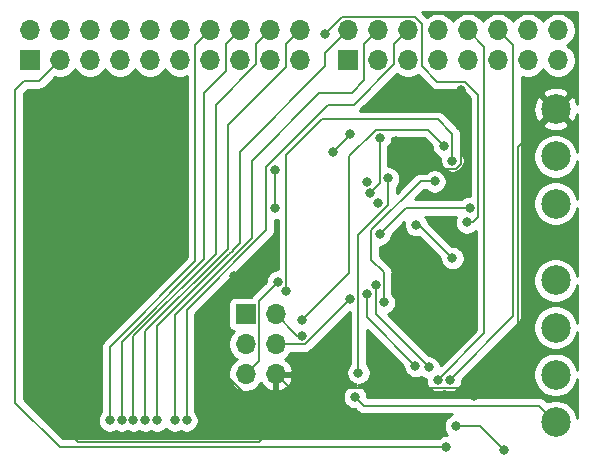
<source format=gbr>
%TF.GenerationSoftware,KiCad,Pcbnew,(5.1.8)-1*%
%TF.CreationDate,2021-01-10T00:46:59-06:00*%
%TF.ProjectId,GBAHD_Shield,47424148-445f-4536-9869-656c642e6b69,rev?*%
%TF.SameCoordinates,Original*%
%TF.FileFunction,Copper,L2,Bot*%
%TF.FilePolarity,Positive*%
%FSLAX46Y46*%
G04 Gerber Fmt 4.6, Leading zero omitted, Abs format (unit mm)*
G04 Created by KiCad (PCBNEW (5.1.8)-1) date 2021-01-10 00:46:59*
%MOMM*%
%LPD*%
G01*
G04 APERTURE LIST*
%TA.AperFunction,ComponentPad*%
%ADD10C,2.500000*%
%TD*%
%TA.AperFunction,ComponentPad*%
%ADD11O,1.700000X1.700000*%
%TD*%
%TA.AperFunction,ComponentPad*%
%ADD12R,1.700000X1.700000*%
%TD*%
%TA.AperFunction,ViaPad*%
%ADD13C,0.800000*%
%TD*%
%TA.AperFunction,Conductor*%
%ADD14C,0.200000*%
%TD*%
%TA.AperFunction,Conductor*%
%ADD15C,0.254000*%
%TD*%
%TA.AperFunction,Conductor*%
%ADD16C,0.100000*%
%TD*%
G04 APERTURE END LIST*
D10*
%TO.P,U1,1*%
%TO.N,SP_3V3*%
X90492000Y-61881000D03*
%TO.P,U1,2*%
%TO.N,SNS_CLK*%
X90492000Y-57881000D03*
%TO.P,U1,3*%
%TO.N,SNS_LATCH*%
X90492000Y-53881000D03*
%TO.P,U1,4*%
%TO.N,SNS_DATA*%
X90492000Y-49881000D03*
%TO.P,U1,5*%
%TO.N,N/C*%
X90492000Y-43381000D03*
%TO.P,U1,6*%
X90492000Y-39381000D03*
%TO.P,U1,7*%
%TO.N,GND*%
X90492000Y-35381000D03*
%TD*%
D11*
%TO.P,J6,6*%
%TO.N,GND*%
X66790000Y-57830000D03*
%TO.P,J6,5*%
%TO.N,AT_RST*%
X64250000Y-57830000D03*
%TO.P,J6,4*%
%TO.N,ICSP_MOSI*%
X66790000Y-55290000D03*
%TO.P,J6,3*%
%TO.N,ICSP_SCK*%
X64250000Y-55290000D03*
%TO.P,J6,2*%
%TO.N,SP_3V3*%
X66790000Y-52750000D03*
D12*
%TO.P,J6,1*%
%TO.N,ICSP_MISO*%
X64250000Y-52750000D03*
%TD*%
D11*
%TO.P,J4,20*%
%TO.N,GB_G3*%
X68860000Y-28710000D03*
%TO.P,J4,19*%
%TO.N,GB_SPS*%
X68860000Y-31250000D03*
%TO.P,J4,18*%
%TO.N,GB_G5*%
X66320000Y-28710000D03*
%TO.P,J4,17*%
%TO.N,GB_B1*%
X66320000Y-31250000D03*
%TO.P,J4,16*%
%TO.N,GB_R2*%
X63780000Y-28710000D03*
%TO.P,J4,15*%
%TO.N,GB_B3*%
X63780000Y-31250000D03*
%TO.P,J4,14*%
%TO.N,GB_R4*%
X61240000Y-28710000D03*
%TO.P,J4,13*%
%TO.N,GB_B5*%
X61240000Y-31250000D03*
%TO.P,J4,12*%
%TO.N,SP_ARD12*%
X58700000Y-28710000D03*
%TO.P,J4,11*%
%TO.N,GB_G2*%
X58700000Y-31250000D03*
%TO.P,J4,10*%
%TO.N,GB_R5*%
X56160000Y-28710000D03*
%TO.P,J4,9*%
%TO.N,GB_G4*%
X56160000Y-31250000D03*
%TO.P,J4,8*%
%TO.N,SP_ARD14*%
X53620000Y-28710000D03*
%TO.P,J4,7*%
%TO.N,GB_R1*%
X53620000Y-31250000D03*
%TO.P,J4,6*%
%TO.N,SP_ARD15*%
X51080000Y-28710000D03*
%TO.P,J4,5*%
%TO.N,GB_R3*%
X51080000Y-31250000D03*
%TO.P,J4,4*%
%TO.N,SP_ARD16*%
X48540000Y-28710000D03*
%TO.P,J4,3*%
%TO.N,GBA_CLK*%
X48540000Y-31250000D03*
%TO.P,J4,2*%
%TO.N,SP_ARD17*%
X46000000Y-28710000D03*
D12*
%TO.P,J4,1*%
%TO.N,GB_DCLK*%
X46000000Y-31250000D03*
%TD*%
D11*
%TO.P,J2,16*%
%TO.N,SP_ARD0*%
X90704000Y-28710000D03*
%TO.P,J2,15*%
%TO.N,Net-(J2-Pad15)*%
X90704000Y-31250000D03*
%TO.P,J2,14*%
%TO.N,SP_ARD1*%
X88164000Y-28710000D03*
%TO.P,J2,13*%
%TO.N,Net-(J2-Pad13)*%
X88164000Y-31250000D03*
%TO.P,J2,12*%
%TO.N,GBA_AUD1*%
X85624000Y-28710000D03*
%TO.P,J2,11*%
%TO.N,Net-(J2-Pad11)*%
X85624000Y-31250000D03*
%TO.P,J2,10*%
%TO.N,GBA_AUD2*%
X83084000Y-28710000D03*
%TO.P,J2,9*%
%TO.N,Net-(J2-Pad9)*%
X83084000Y-31250000D03*
%TO.P,J2,8*%
%TO.N,SP_ARD4*%
X80544000Y-28710000D03*
%TO.P,J2,7*%
%TO.N,Net-(J2-Pad7)*%
X80544000Y-31250000D03*
%TO.P,J2,6*%
%TO.N,GB_B2*%
X78004000Y-28710000D03*
%TO.P,J2,5*%
%TO.N,Net-(J2-Pad5)*%
X78004000Y-31250000D03*
%TO.P,J2,4*%
%TO.N,GB_B4*%
X75464000Y-28710000D03*
%TO.P,J2,3*%
%TO.N,GND*%
X75464000Y-31250000D03*
%TO.P,J2,2*%
%TO.N,GB_G1*%
X72924000Y-28710000D03*
D12*
%TO.P,J2,1*%
%TO.N,SP_3V3*%
X72924000Y-31250000D03*
%TD*%
D13*
%TO.N,GND*%
X67000000Y-62000000D03*
X46750000Y-60250000D03*
X77975000Y-46500000D03*
X77000000Y-38050002D03*
X82500000Y-33750000D03*
X63250000Y-49500000D03*
X83565994Y-59690000D03*
%TO.N,GB_B2*%
X59250000Y-61750000D03*
%TO.N,GB_G1*%
X56750000Y-61750000D03*
%TO.N,GB_G5*%
X54750000Y-61750000D03*
%TO.N,GB_R2*%
X53750000Y-61750000D03*
%TO.N,GB_G3*%
X55750000Y-61750000D03*
%TO.N,GB_B4*%
X58250000Y-61750000D03*
%TO.N,GB_R4*%
X52750000Y-61750000D03*
%TO.N,GBA_AUD1*%
X81534000Y-58310805D03*
%TO.N,GBA_AUD2*%
X80518000Y-58310805D03*
%TO.N,GBA_UP*%
X76311275Y-41250000D03*
X73794953Y-57705046D03*
%TO.N,Net-(J3-Pad15)*%
X86106000Y-64262000D03*
X82042000Y-62230000D03*
%TO.N,GBA_START*%
X74500000Y-51000000D03*
X78630025Y-57119975D03*
%TO.N,GBA_SELECT*%
X75453773Y-43308455D03*
X79750000Y-57250000D03*
X75250000Y-50250000D03*
%TO.N,GBA_CLK*%
X81250000Y-64000000D03*
%TO.N,GBA_RGHT*%
X74561971Y-41537871D03*
%TO.N,AT_RST*%
X75611275Y-37822965D03*
X74753773Y-42519306D03*
X71666623Y-39000000D03*
X73116623Y-37500000D03*
X66999932Y-50000000D03*
%TO.N,ICSP_MOSI*%
X73094953Y-51500000D03*
X75950000Y-51750000D03*
X80250000Y-41500000D03*
%TO.N,ICSP_SCK*%
X69000000Y-53250000D03*
X81050000Y-38500001D03*
%TO.N,ICSP_MISO*%
X81750000Y-39750000D03*
X67699932Y-50750000D03*
%TO.N,SNS_DATA*%
X75600000Y-46000000D03*
X83250000Y-43750000D03*
%TO.N,SP_3V3*%
X68985965Y-54590000D03*
X73500000Y-59750000D03*
X81750000Y-48000000D03*
X78700000Y-45200000D03*
%TO.N,GBA_POWER_SEL*%
X82970024Y-44970024D03*
X71000000Y-29000000D03*
X66750000Y-43750000D03*
X66750000Y-40500000D03*
%TD*%
D14*
%TO.N,GND*%
X66790000Y-61790000D02*
X67000000Y-62000000D01*
X66790000Y-57830000D02*
X66790000Y-61790000D01*
X67000000Y-62000000D02*
X65400010Y-63599990D01*
X50099990Y-63599990D02*
X46750000Y-60250000D01*
X65400010Y-63599990D02*
X50099990Y-63599990D01*
X82500000Y-40036002D02*
X82500000Y-33750000D01*
X82086001Y-40450001D02*
X82500000Y-40036002D01*
X79399999Y-40450001D02*
X82086001Y-40450001D01*
X77000000Y-38050002D02*
X79399999Y-40450001D01*
X62850001Y-58132003D02*
X66717998Y-62000000D01*
X62850001Y-49899999D02*
X62850001Y-58132003D01*
X66717998Y-62000000D02*
X67000000Y-62000000D01*
X63250000Y-49500000D02*
X62850001Y-49899999D01*
X66790000Y-57830000D02*
X67970805Y-59010805D01*
X67970805Y-59010805D02*
X82010805Y-59010805D01*
X82010805Y-59010805D02*
X82886799Y-59010805D01*
X82886799Y-59010805D02*
X83565994Y-59690000D01*
X90492000Y-35381000D02*
X87300022Y-38572978D01*
X87300022Y-38572978D02*
X87300022Y-55955972D01*
X87300022Y-55955972D02*
X83565994Y-59690000D01*
%TO.N,GB_B2*%
X59250000Y-52394188D02*
X59250000Y-61750000D01*
X66000000Y-40250000D02*
X66000000Y-45644188D01*
X73416002Y-35000000D02*
X71250000Y-35000000D01*
X66000000Y-45644188D02*
X59250000Y-52394188D01*
X76853999Y-31562003D02*
X73416002Y-35000000D01*
X76853999Y-29860001D02*
X76853999Y-31562003D01*
X71250000Y-35000000D02*
X66000000Y-40250000D01*
X78004000Y-28710000D02*
X76853999Y-29860001D01*
%TO.N,GB_G1*%
X56750000Y-61750000D02*
X56750000Y-53762792D01*
X56750000Y-53762792D02*
X58881396Y-51631396D01*
X58881396Y-51631396D02*
X62881396Y-47631396D01*
X63150008Y-47362784D02*
X63150008Y-47349992D01*
X62881396Y-47631396D02*
X63150008Y-47362784D01*
X63150008Y-47349992D02*
X63750000Y-46750000D01*
X72924000Y-28710000D02*
X71000000Y-30634000D01*
X71000000Y-31750000D02*
X63750000Y-39000000D01*
X71000000Y-30634000D02*
X71000000Y-31750000D01*
X63750000Y-46750000D02*
X63750000Y-39000000D01*
%TO.N,GB_G5*%
X65169999Y-29860001D02*
X66320000Y-28710000D01*
X61750000Y-35000000D02*
X65169999Y-31580001D01*
X61750000Y-47631396D02*
X61750000Y-35000000D01*
X54750000Y-54631396D02*
X61750000Y-47631396D01*
X65169999Y-31580001D02*
X65169999Y-29860001D01*
X54750000Y-61750000D02*
X54750000Y-54631396D01*
%TO.N,GB_R2*%
X62629999Y-29860001D02*
X63780000Y-28710000D01*
X62629999Y-32120001D02*
X62629999Y-29860001D01*
X60750000Y-34000000D02*
X62629999Y-32120001D01*
X60750000Y-48065698D02*
X60750000Y-34000000D01*
X53750000Y-55065698D02*
X60750000Y-48065698D01*
X53750000Y-61750000D02*
X53750000Y-55065698D01*
%TO.N,GB_G3*%
X55750000Y-61750000D02*
X55750000Y-54197094D01*
X55750000Y-54197094D02*
X62750000Y-47197094D01*
X62750000Y-47197094D02*
X62750000Y-36750000D01*
X67709999Y-29860001D02*
X68860000Y-28710000D01*
X67709999Y-31790001D02*
X67709999Y-29860001D01*
X62750000Y-36750000D02*
X67709999Y-31790001D01*
%TO.N,GB_B4*%
X73250000Y-34000000D02*
X74313999Y-32936001D01*
X74313999Y-29860001D02*
X75464000Y-28710000D01*
X70500000Y-34000000D02*
X73250000Y-34000000D01*
X64750000Y-46328490D02*
X64750000Y-39750000D01*
X64750000Y-39750000D02*
X70500000Y-34000000D01*
X58250000Y-52828490D02*
X64750000Y-46328490D01*
X74313999Y-32936001D02*
X74313999Y-29860001D01*
X58250000Y-61750000D02*
X58250000Y-52828490D01*
%TO.N,GB_R4*%
X60000000Y-29950000D02*
X61240000Y-28710000D01*
X60000000Y-48250000D02*
X60000000Y-29950000D01*
X52750000Y-55500000D02*
X60000000Y-48250000D01*
X52750000Y-61750000D02*
X52750000Y-55500000D01*
%TO.N,GBA_AUD1*%
X86900012Y-29986012D02*
X85624000Y-28710000D01*
X86900012Y-52944793D02*
X86900012Y-29986012D01*
X81534000Y-58310805D02*
X86900012Y-52944793D01*
%TO.N,GBA_AUD2*%
X84473999Y-30099999D02*
X84473999Y-52223999D01*
X83084000Y-28710000D02*
X84473999Y-30099999D01*
X84473999Y-54354806D02*
X84473999Y-52223999D01*
X80518000Y-58310805D02*
X84473999Y-54354806D01*
%TO.N,GBA_UP*%
X76311275Y-43486955D02*
X76311275Y-41250000D01*
X73794953Y-46003277D02*
X76311275Y-43486955D01*
X73794953Y-57705046D02*
X73794953Y-46003277D01*
%TO.N,Net-(J3-Pad15)*%
X84074000Y-62230000D02*
X82042000Y-62230000D01*
X86106000Y-64262000D02*
X84074000Y-62230000D01*
%TO.N,GBA_START*%
X74500000Y-52989950D02*
X78630025Y-57119975D01*
X74500000Y-51000000D02*
X74500000Y-52989950D01*
%TO.N,GBA_SELECT*%
X79750000Y-57250000D02*
X75250000Y-52750000D01*
X75250000Y-52750000D02*
X75250000Y-50250000D01*
%TO.N,GBA_CLK*%
X45500000Y-33000000D02*
X44750000Y-33750000D01*
X44750000Y-33750000D02*
X44750000Y-60250000D01*
X48500000Y-64000000D02*
X81250000Y-64000000D01*
X44750000Y-60250000D02*
X48500000Y-64000000D01*
X46790000Y-33000000D02*
X48540000Y-31250000D01*
X45500000Y-33000000D02*
X46790000Y-33000000D01*
%TO.N,AT_RST*%
X75611275Y-41661804D02*
X74753773Y-42519306D01*
X75611275Y-37822965D02*
X75611275Y-41661804D01*
X73116623Y-37550000D02*
X73116623Y-37500000D01*
X71666623Y-39000000D02*
X73116623Y-37550000D01*
X65400001Y-51599931D02*
X66999932Y-50000000D01*
X65400001Y-56679999D02*
X65400001Y-51599931D01*
X64250000Y-57830000D02*
X65400001Y-56679999D01*
%TO.N,ICSP_MOSI*%
X69304953Y-55290000D02*
X73094953Y-51500000D01*
X66790000Y-55290000D02*
X69304953Y-55290000D01*
X75950000Y-51750000D02*
X75950000Y-49200000D01*
X79063998Y-41500000D02*
X80250000Y-41500000D01*
X74899999Y-45663999D02*
X79063998Y-41500000D01*
X74899999Y-48149999D02*
X74899999Y-45663999D01*
X75950000Y-49200000D02*
X74899999Y-48149999D01*
%TO.N,ICSP_SCK*%
X69000000Y-53250000D02*
X73000000Y-49250000D01*
X79672963Y-37122964D02*
X81050000Y-38500001D01*
X75275274Y-37122964D02*
X79672963Y-37122964D01*
X73000000Y-39398238D02*
X75275274Y-37122964D01*
X73000000Y-49250000D02*
X73000000Y-39398238D01*
%TO.N,ICSP_MISO*%
X80500000Y-36250000D02*
X81750000Y-37500000D01*
X70750000Y-36250000D02*
X80500000Y-36250000D01*
X67699932Y-39300068D02*
X70750000Y-36250000D01*
X67699932Y-50750000D02*
X67699932Y-39300068D01*
X81750000Y-39750000D02*
X81750000Y-37500000D01*
%TO.N,SNS_DATA*%
X75600000Y-46000000D02*
X77850000Y-43750000D01*
X77850000Y-43750000D02*
X83250000Y-43750000D01*
%TO.N,SP_3V3*%
X68630000Y-54590000D02*
X68985965Y-54590000D01*
X66790000Y-52750000D02*
X68630000Y-54590000D01*
X78950000Y-45200000D02*
X78700000Y-45200000D01*
X81750000Y-48000000D02*
X78950000Y-45200000D01*
X89111000Y-60500000D02*
X90492000Y-61881000D01*
X74250000Y-60500000D02*
X89111000Y-60500000D01*
X73500000Y-59750000D02*
X74250000Y-60500000D01*
%TO.N,GBA_POWER_SEL*%
X78556001Y-27559999D02*
X72440001Y-27559999D01*
X72440001Y-27559999D02*
X71000000Y-29000000D01*
X79154001Y-31761696D02*
X79154001Y-28157999D01*
X80442304Y-33049999D02*
X79154001Y-31761696D01*
X82836001Y-33049999D02*
X80442304Y-33049999D01*
X83950001Y-34163999D02*
X82836001Y-33049999D01*
X83950001Y-44555732D02*
X83950001Y-34163999D01*
X83535709Y-44970024D02*
X83950001Y-44555732D01*
X79154001Y-28157999D02*
X78556001Y-27559999D01*
X82970024Y-44970024D02*
X83535709Y-44970024D01*
X66750000Y-43750000D02*
X66750000Y-40500000D01*
%TD*%
D15*
%TO.N,GND*%
X57546525Y-32196632D02*
X57753368Y-32403475D01*
X57996589Y-32565990D01*
X58266842Y-32677932D01*
X58553740Y-32735000D01*
X58846260Y-32735000D01*
X59133158Y-32677932D01*
X59265001Y-32623321D01*
X59265000Y-47945553D01*
X52255808Y-54954746D01*
X52227763Y-54977762D01*
X52135914Y-55089680D01*
X52089428Y-55176649D01*
X52067664Y-55217367D01*
X52025635Y-55355915D01*
X52011444Y-55500000D01*
X52015001Y-55536115D01*
X52015000Y-61021289D01*
X51946063Y-61090226D01*
X51832795Y-61259744D01*
X51754774Y-61448102D01*
X51715000Y-61648061D01*
X51715000Y-61851939D01*
X51754774Y-62051898D01*
X51832795Y-62240256D01*
X51946063Y-62409774D01*
X52090226Y-62553937D01*
X52259744Y-62667205D01*
X52448102Y-62745226D01*
X52648061Y-62785000D01*
X52851939Y-62785000D01*
X53051898Y-62745226D01*
X53240256Y-62667205D01*
X53250000Y-62660694D01*
X53259744Y-62667205D01*
X53448102Y-62745226D01*
X53648061Y-62785000D01*
X53851939Y-62785000D01*
X54051898Y-62745226D01*
X54240256Y-62667205D01*
X54250000Y-62660694D01*
X54259744Y-62667205D01*
X54448102Y-62745226D01*
X54648061Y-62785000D01*
X54851939Y-62785000D01*
X55051898Y-62745226D01*
X55240256Y-62667205D01*
X55250000Y-62660694D01*
X55259744Y-62667205D01*
X55448102Y-62745226D01*
X55648061Y-62785000D01*
X55851939Y-62785000D01*
X56051898Y-62745226D01*
X56240256Y-62667205D01*
X56250000Y-62660694D01*
X56259744Y-62667205D01*
X56448102Y-62745226D01*
X56648061Y-62785000D01*
X56851939Y-62785000D01*
X57051898Y-62745226D01*
X57240256Y-62667205D01*
X57409774Y-62553937D01*
X57500000Y-62463711D01*
X57590226Y-62553937D01*
X57759744Y-62667205D01*
X57948102Y-62745226D01*
X58148061Y-62785000D01*
X58351939Y-62785000D01*
X58551898Y-62745226D01*
X58740256Y-62667205D01*
X58750000Y-62660694D01*
X58759744Y-62667205D01*
X58948102Y-62745226D01*
X59148061Y-62785000D01*
X59351939Y-62785000D01*
X59551898Y-62745226D01*
X59740256Y-62667205D01*
X59909774Y-62553937D01*
X60053937Y-62409774D01*
X60167205Y-62240256D01*
X60245226Y-62051898D01*
X60285000Y-61851939D01*
X60285000Y-61648061D01*
X60245226Y-61448102D01*
X60167205Y-61259744D01*
X60053937Y-61090226D01*
X59985000Y-61021289D01*
X59985000Y-52698634D01*
X66494193Y-46189442D01*
X66522238Y-46166426D01*
X66614087Y-46054508D01*
X66641118Y-46003937D01*
X66682337Y-45926822D01*
X66724365Y-45788273D01*
X66738556Y-45644188D01*
X66735000Y-45608083D01*
X66735000Y-44785000D01*
X66851939Y-44785000D01*
X66964933Y-44762524D01*
X66964932Y-48965000D01*
X66897993Y-48965000D01*
X66698034Y-49004774D01*
X66509676Y-49082795D01*
X66340158Y-49196063D01*
X66195995Y-49340226D01*
X66082727Y-49509744D01*
X66004706Y-49698102D01*
X65964932Y-49898061D01*
X65964932Y-49995553D01*
X64905809Y-51054677D01*
X64877764Y-51077693D01*
X64785915Y-51189611D01*
X64747261Y-51261928D01*
X63400000Y-51261928D01*
X63275518Y-51274188D01*
X63155820Y-51310498D01*
X63045506Y-51369463D01*
X62948815Y-51448815D01*
X62869463Y-51545506D01*
X62810498Y-51655820D01*
X62774188Y-51775518D01*
X62761928Y-51900000D01*
X62761928Y-53600000D01*
X62774188Y-53724482D01*
X62810498Y-53844180D01*
X62869463Y-53954494D01*
X62948815Y-54051185D01*
X63045506Y-54130537D01*
X63155820Y-54189502D01*
X63228380Y-54211513D01*
X63096525Y-54343368D01*
X62934010Y-54586589D01*
X62822068Y-54856842D01*
X62765000Y-55143740D01*
X62765000Y-55436260D01*
X62822068Y-55723158D01*
X62934010Y-55993411D01*
X63096525Y-56236632D01*
X63303368Y-56443475D01*
X63477760Y-56560000D01*
X63303368Y-56676525D01*
X63096525Y-56883368D01*
X62934010Y-57126589D01*
X62822068Y-57396842D01*
X62765000Y-57683740D01*
X62765000Y-57976260D01*
X62822068Y-58263158D01*
X62934010Y-58533411D01*
X63096525Y-58776632D01*
X63303368Y-58983475D01*
X63546589Y-59145990D01*
X63816842Y-59257932D01*
X64103740Y-59315000D01*
X64396260Y-59315000D01*
X64683158Y-59257932D01*
X64953411Y-59145990D01*
X65196632Y-58983475D01*
X65403475Y-58776632D01*
X65521100Y-58600594D01*
X65692412Y-58830269D01*
X65908645Y-59025178D01*
X66158748Y-59174157D01*
X66433109Y-59271481D01*
X66663000Y-59150814D01*
X66663000Y-57957000D01*
X66917000Y-57957000D01*
X66917000Y-59150814D01*
X67146891Y-59271481D01*
X67421252Y-59174157D01*
X67671355Y-59025178D01*
X67887588Y-58830269D01*
X68061641Y-58596920D01*
X68186825Y-58334099D01*
X68231476Y-58186890D01*
X68110155Y-57957000D01*
X66917000Y-57957000D01*
X66663000Y-57957000D01*
X66643000Y-57957000D01*
X66643000Y-57703000D01*
X66663000Y-57703000D01*
X66663000Y-57683000D01*
X66917000Y-57683000D01*
X66917000Y-57703000D01*
X68110155Y-57703000D01*
X68231476Y-57473110D01*
X68186825Y-57325901D01*
X68061641Y-57063080D01*
X67887588Y-56829731D01*
X67671355Y-56634822D01*
X67554466Y-56565195D01*
X67736632Y-56443475D01*
X67943475Y-56236632D01*
X68084883Y-56025000D01*
X69268848Y-56025000D01*
X69304953Y-56028556D01*
X69341058Y-56025000D01*
X69449038Y-56014365D01*
X69587586Y-55972337D01*
X69715273Y-55904087D01*
X69827191Y-55812238D01*
X69850212Y-55784187D01*
X73059953Y-52574446D01*
X73059953Y-56976335D01*
X72991016Y-57045272D01*
X72877748Y-57214790D01*
X72799727Y-57403148D01*
X72759953Y-57603107D01*
X72759953Y-57806985D01*
X72799727Y-58006944D01*
X72877748Y-58195302D01*
X72991016Y-58364820D01*
X73135179Y-58508983D01*
X73304697Y-58622251D01*
X73493055Y-58700272D01*
X73567098Y-58715000D01*
X73398061Y-58715000D01*
X73198102Y-58754774D01*
X73009744Y-58832795D01*
X72840226Y-58946063D01*
X72696063Y-59090226D01*
X72582795Y-59259744D01*
X72504774Y-59448102D01*
X72465000Y-59648061D01*
X72465000Y-59851939D01*
X72504774Y-60051898D01*
X72582795Y-60240256D01*
X72696063Y-60409774D01*
X72840226Y-60553937D01*
X73009744Y-60667205D01*
X73198102Y-60745226D01*
X73398061Y-60785000D01*
X73495553Y-60785000D01*
X73704746Y-60994193D01*
X73727762Y-61022238D01*
X73839680Y-61114087D01*
X73967367Y-61182337D01*
X74063886Y-61211616D01*
X74105914Y-61224365D01*
X74120132Y-61225765D01*
X74213895Y-61235000D01*
X74213902Y-61235000D01*
X74249999Y-61238555D01*
X74286096Y-61235000D01*
X81739556Y-61235000D01*
X81551744Y-61312795D01*
X81382226Y-61426063D01*
X81238063Y-61570226D01*
X81124795Y-61739744D01*
X81046774Y-61928102D01*
X81007000Y-62128061D01*
X81007000Y-62331939D01*
X81046774Y-62531898D01*
X81124795Y-62720256D01*
X81238063Y-62889774D01*
X81313289Y-62965000D01*
X81148061Y-62965000D01*
X80948102Y-63004774D01*
X80759744Y-63082795D01*
X80590226Y-63196063D01*
X80521289Y-63265000D01*
X48804447Y-63265000D01*
X45485000Y-59945554D01*
X45485000Y-34054446D01*
X45804447Y-33735000D01*
X46753895Y-33735000D01*
X46790000Y-33738556D01*
X46826105Y-33735000D01*
X46934085Y-33724365D01*
X47072633Y-33682337D01*
X47200320Y-33614087D01*
X47312238Y-33522238D01*
X47335258Y-33494188D01*
X48144103Y-32685344D01*
X48393740Y-32735000D01*
X48686260Y-32735000D01*
X48973158Y-32677932D01*
X49243411Y-32565990D01*
X49486632Y-32403475D01*
X49693475Y-32196632D01*
X49810000Y-32022240D01*
X49926525Y-32196632D01*
X50133368Y-32403475D01*
X50376589Y-32565990D01*
X50646842Y-32677932D01*
X50933740Y-32735000D01*
X51226260Y-32735000D01*
X51513158Y-32677932D01*
X51783411Y-32565990D01*
X52026632Y-32403475D01*
X52233475Y-32196632D01*
X52350000Y-32022240D01*
X52466525Y-32196632D01*
X52673368Y-32403475D01*
X52916589Y-32565990D01*
X53186842Y-32677932D01*
X53473740Y-32735000D01*
X53766260Y-32735000D01*
X54053158Y-32677932D01*
X54323411Y-32565990D01*
X54566632Y-32403475D01*
X54773475Y-32196632D01*
X54890000Y-32022240D01*
X55006525Y-32196632D01*
X55213368Y-32403475D01*
X55456589Y-32565990D01*
X55726842Y-32677932D01*
X56013740Y-32735000D01*
X56306260Y-32735000D01*
X56593158Y-32677932D01*
X56863411Y-32565990D01*
X57106632Y-32403475D01*
X57313475Y-32196632D01*
X57430000Y-32022240D01*
X57546525Y-32196632D01*
%TA.AperFunction,Conductor*%
D16*
G36*
X57546525Y-32196632D02*
G01*
X57753368Y-32403475D01*
X57996589Y-32565990D01*
X58266842Y-32677932D01*
X58553740Y-32735000D01*
X58846260Y-32735000D01*
X59133158Y-32677932D01*
X59265001Y-32623321D01*
X59265000Y-47945553D01*
X52255808Y-54954746D01*
X52227763Y-54977762D01*
X52135914Y-55089680D01*
X52089428Y-55176649D01*
X52067664Y-55217367D01*
X52025635Y-55355915D01*
X52011444Y-55500000D01*
X52015001Y-55536115D01*
X52015000Y-61021289D01*
X51946063Y-61090226D01*
X51832795Y-61259744D01*
X51754774Y-61448102D01*
X51715000Y-61648061D01*
X51715000Y-61851939D01*
X51754774Y-62051898D01*
X51832795Y-62240256D01*
X51946063Y-62409774D01*
X52090226Y-62553937D01*
X52259744Y-62667205D01*
X52448102Y-62745226D01*
X52648061Y-62785000D01*
X52851939Y-62785000D01*
X53051898Y-62745226D01*
X53240256Y-62667205D01*
X53250000Y-62660694D01*
X53259744Y-62667205D01*
X53448102Y-62745226D01*
X53648061Y-62785000D01*
X53851939Y-62785000D01*
X54051898Y-62745226D01*
X54240256Y-62667205D01*
X54250000Y-62660694D01*
X54259744Y-62667205D01*
X54448102Y-62745226D01*
X54648061Y-62785000D01*
X54851939Y-62785000D01*
X55051898Y-62745226D01*
X55240256Y-62667205D01*
X55250000Y-62660694D01*
X55259744Y-62667205D01*
X55448102Y-62745226D01*
X55648061Y-62785000D01*
X55851939Y-62785000D01*
X56051898Y-62745226D01*
X56240256Y-62667205D01*
X56250000Y-62660694D01*
X56259744Y-62667205D01*
X56448102Y-62745226D01*
X56648061Y-62785000D01*
X56851939Y-62785000D01*
X57051898Y-62745226D01*
X57240256Y-62667205D01*
X57409774Y-62553937D01*
X57500000Y-62463711D01*
X57590226Y-62553937D01*
X57759744Y-62667205D01*
X57948102Y-62745226D01*
X58148061Y-62785000D01*
X58351939Y-62785000D01*
X58551898Y-62745226D01*
X58740256Y-62667205D01*
X58750000Y-62660694D01*
X58759744Y-62667205D01*
X58948102Y-62745226D01*
X59148061Y-62785000D01*
X59351939Y-62785000D01*
X59551898Y-62745226D01*
X59740256Y-62667205D01*
X59909774Y-62553937D01*
X60053937Y-62409774D01*
X60167205Y-62240256D01*
X60245226Y-62051898D01*
X60285000Y-61851939D01*
X60285000Y-61648061D01*
X60245226Y-61448102D01*
X60167205Y-61259744D01*
X60053937Y-61090226D01*
X59985000Y-61021289D01*
X59985000Y-52698634D01*
X66494193Y-46189442D01*
X66522238Y-46166426D01*
X66614087Y-46054508D01*
X66641118Y-46003937D01*
X66682337Y-45926822D01*
X66724365Y-45788273D01*
X66738556Y-45644188D01*
X66735000Y-45608083D01*
X66735000Y-44785000D01*
X66851939Y-44785000D01*
X66964933Y-44762524D01*
X66964932Y-48965000D01*
X66897993Y-48965000D01*
X66698034Y-49004774D01*
X66509676Y-49082795D01*
X66340158Y-49196063D01*
X66195995Y-49340226D01*
X66082727Y-49509744D01*
X66004706Y-49698102D01*
X65964932Y-49898061D01*
X65964932Y-49995553D01*
X64905809Y-51054677D01*
X64877764Y-51077693D01*
X64785915Y-51189611D01*
X64747261Y-51261928D01*
X63400000Y-51261928D01*
X63275518Y-51274188D01*
X63155820Y-51310498D01*
X63045506Y-51369463D01*
X62948815Y-51448815D01*
X62869463Y-51545506D01*
X62810498Y-51655820D01*
X62774188Y-51775518D01*
X62761928Y-51900000D01*
X62761928Y-53600000D01*
X62774188Y-53724482D01*
X62810498Y-53844180D01*
X62869463Y-53954494D01*
X62948815Y-54051185D01*
X63045506Y-54130537D01*
X63155820Y-54189502D01*
X63228380Y-54211513D01*
X63096525Y-54343368D01*
X62934010Y-54586589D01*
X62822068Y-54856842D01*
X62765000Y-55143740D01*
X62765000Y-55436260D01*
X62822068Y-55723158D01*
X62934010Y-55993411D01*
X63096525Y-56236632D01*
X63303368Y-56443475D01*
X63477760Y-56560000D01*
X63303368Y-56676525D01*
X63096525Y-56883368D01*
X62934010Y-57126589D01*
X62822068Y-57396842D01*
X62765000Y-57683740D01*
X62765000Y-57976260D01*
X62822068Y-58263158D01*
X62934010Y-58533411D01*
X63096525Y-58776632D01*
X63303368Y-58983475D01*
X63546589Y-59145990D01*
X63816842Y-59257932D01*
X64103740Y-59315000D01*
X64396260Y-59315000D01*
X64683158Y-59257932D01*
X64953411Y-59145990D01*
X65196632Y-58983475D01*
X65403475Y-58776632D01*
X65521100Y-58600594D01*
X65692412Y-58830269D01*
X65908645Y-59025178D01*
X66158748Y-59174157D01*
X66433109Y-59271481D01*
X66663000Y-59150814D01*
X66663000Y-57957000D01*
X66917000Y-57957000D01*
X66917000Y-59150814D01*
X67146891Y-59271481D01*
X67421252Y-59174157D01*
X67671355Y-59025178D01*
X67887588Y-58830269D01*
X68061641Y-58596920D01*
X68186825Y-58334099D01*
X68231476Y-58186890D01*
X68110155Y-57957000D01*
X66917000Y-57957000D01*
X66663000Y-57957000D01*
X66643000Y-57957000D01*
X66643000Y-57703000D01*
X66663000Y-57703000D01*
X66663000Y-57683000D01*
X66917000Y-57683000D01*
X66917000Y-57703000D01*
X68110155Y-57703000D01*
X68231476Y-57473110D01*
X68186825Y-57325901D01*
X68061641Y-57063080D01*
X67887588Y-56829731D01*
X67671355Y-56634822D01*
X67554466Y-56565195D01*
X67736632Y-56443475D01*
X67943475Y-56236632D01*
X68084883Y-56025000D01*
X69268848Y-56025000D01*
X69304953Y-56028556D01*
X69341058Y-56025000D01*
X69449038Y-56014365D01*
X69587586Y-55972337D01*
X69715273Y-55904087D01*
X69827191Y-55812238D01*
X69850212Y-55784187D01*
X73059953Y-52574446D01*
X73059953Y-56976335D01*
X72991016Y-57045272D01*
X72877748Y-57214790D01*
X72799727Y-57403148D01*
X72759953Y-57603107D01*
X72759953Y-57806985D01*
X72799727Y-58006944D01*
X72877748Y-58195302D01*
X72991016Y-58364820D01*
X73135179Y-58508983D01*
X73304697Y-58622251D01*
X73493055Y-58700272D01*
X73567098Y-58715000D01*
X73398061Y-58715000D01*
X73198102Y-58754774D01*
X73009744Y-58832795D01*
X72840226Y-58946063D01*
X72696063Y-59090226D01*
X72582795Y-59259744D01*
X72504774Y-59448102D01*
X72465000Y-59648061D01*
X72465000Y-59851939D01*
X72504774Y-60051898D01*
X72582795Y-60240256D01*
X72696063Y-60409774D01*
X72840226Y-60553937D01*
X73009744Y-60667205D01*
X73198102Y-60745226D01*
X73398061Y-60785000D01*
X73495553Y-60785000D01*
X73704746Y-60994193D01*
X73727762Y-61022238D01*
X73839680Y-61114087D01*
X73967367Y-61182337D01*
X74063886Y-61211616D01*
X74105914Y-61224365D01*
X74120132Y-61225765D01*
X74213895Y-61235000D01*
X74213902Y-61235000D01*
X74249999Y-61238555D01*
X74286096Y-61235000D01*
X81739556Y-61235000D01*
X81551744Y-61312795D01*
X81382226Y-61426063D01*
X81238063Y-61570226D01*
X81124795Y-61739744D01*
X81046774Y-61928102D01*
X81007000Y-62128061D01*
X81007000Y-62331939D01*
X81046774Y-62531898D01*
X81124795Y-62720256D01*
X81238063Y-62889774D01*
X81313289Y-62965000D01*
X81148061Y-62965000D01*
X80948102Y-63004774D01*
X80759744Y-63082795D01*
X80590226Y-63196063D01*
X80521289Y-63265000D01*
X48804447Y-63265000D01*
X45485000Y-59945554D01*
X45485000Y-34054446D01*
X45804447Y-33735000D01*
X46753895Y-33735000D01*
X46790000Y-33738556D01*
X46826105Y-33735000D01*
X46934085Y-33724365D01*
X47072633Y-33682337D01*
X47200320Y-33614087D01*
X47312238Y-33522238D01*
X47335258Y-33494188D01*
X48144103Y-32685344D01*
X48393740Y-32735000D01*
X48686260Y-32735000D01*
X48973158Y-32677932D01*
X49243411Y-32565990D01*
X49486632Y-32403475D01*
X49693475Y-32196632D01*
X49810000Y-32022240D01*
X49926525Y-32196632D01*
X50133368Y-32403475D01*
X50376589Y-32565990D01*
X50646842Y-32677932D01*
X50933740Y-32735000D01*
X51226260Y-32735000D01*
X51513158Y-32677932D01*
X51783411Y-32565990D01*
X52026632Y-32403475D01*
X52233475Y-32196632D01*
X52350000Y-32022240D01*
X52466525Y-32196632D01*
X52673368Y-32403475D01*
X52916589Y-32565990D01*
X53186842Y-32677932D01*
X53473740Y-32735000D01*
X53766260Y-32735000D01*
X54053158Y-32677932D01*
X54323411Y-32565990D01*
X54566632Y-32403475D01*
X54773475Y-32196632D01*
X54890000Y-32022240D01*
X55006525Y-32196632D01*
X55213368Y-32403475D01*
X55456589Y-32565990D01*
X55726842Y-32677932D01*
X56013740Y-32735000D01*
X56306260Y-32735000D01*
X56593158Y-32677932D01*
X56863411Y-32565990D01*
X57106632Y-32403475D01*
X57313475Y-32196632D01*
X57430000Y-32022240D01*
X57546525Y-32196632D01*
G37*
%TD.AperFunction*%
D15*
X92266867Y-27164819D02*
X92283092Y-27169718D01*
X92298053Y-27177672D01*
X92311189Y-27188386D01*
X92321988Y-27201441D01*
X92330049Y-27216349D01*
X92335062Y-27232541D01*
X92340000Y-27279525D01*
X92340000Y-34969992D01*
X92338725Y-34959925D01*
X92221094Y-34607738D01*
X92095577Y-34372914D01*
X91805605Y-34247000D01*
X90671605Y-35381000D01*
X91805605Y-36515000D01*
X92095577Y-36389086D01*
X92261433Y-36056874D01*
X92340000Y-35769294D01*
X92340000Y-39009333D01*
X92304561Y-38831166D01*
X92162466Y-38488118D01*
X91956175Y-38179382D01*
X91693618Y-37916825D01*
X91384882Y-37710534D01*
X91041834Y-37568439D01*
X90677656Y-37496000D01*
X90306344Y-37496000D01*
X89942166Y-37568439D01*
X89599118Y-37710534D01*
X89290382Y-37916825D01*
X89027825Y-38179382D01*
X88821534Y-38488118D01*
X88679439Y-38831166D01*
X88607000Y-39195344D01*
X88607000Y-39566656D01*
X88679439Y-39930834D01*
X88821534Y-40273882D01*
X89027825Y-40582618D01*
X89290382Y-40845175D01*
X89599118Y-41051466D01*
X89942166Y-41193561D01*
X90306344Y-41266000D01*
X90677656Y-41266000D01*
X91041834Y-41193561D01*
X91384882Y-41051466D01*
X91693618Y-40845175D01*
X91956175Y-40582618D01*
X92162466Y-40273882D01*
X92304561Y-39930834D01*
X92340000Y-39752667D01*
X92340000Y-43009333D01*
X92304561Y-42831166D01*
X92162466Y-42488118D01*
X91956175Y-42179382D01*
X91693618Y-41916825D01*
X91384882Y-41710534D01*
X91041834Y-41568439D01*
X90677656Y-41496000D01*
X90306344Y-41496000D01*
X89942166Y-41568439D01*
X89599118Y-41710534D01*
X89290382Y-41916825D01*
X89027825Y-42179382D01*
X88821534Y-42488118D01*
X88679439Y-42831166D01*
X88607000Y-43195344D01*
X88607000Y-43566656D01*
X88679439Y-43930834D01*
X88821534Y-44273882D01*
X89027825Y-44582618D01*
X89290382Y-44845175D01*
X89599118Y-45051466D01*
X89942166Y-45193561D01*
X90306344Y-45266000D01*
X90677656Y-45266000D01*
X91041834Y-45193561D01*
X91384882Y-45051466D01*
X91693618Y-44845175D01*
X91956175Y-44582618D01*
X92162466Y-44273882D01*
X92304561Y-43930834D01*
X92340000Y-43752667D01*
X92340001Y-49509334D01*
X92304561Y-49331166D01*
X92162466Y-48988118D01*
X91956175Y-48679382D01*
X91693618Y-48416825D01*
X91384882Y-48210534D01*
X91041834Y-48068439D01*
X90677656Y-47996000D01*
X90306344Y-47996000D01*
X89942166Y-48068439D01*
X89599118Y-48210534D01*
X89290382Y-48416825D01*
X89027825Y-48679382D01*
X88821534Y-48988118D01*
X88679439Y-49331166D01*
X88607000Y-49695344D01*
X88607000Y-50066656D01*
X88679439Y-50430834D01*
X88821534Y-50773882D01*
X89027825Y-51082618D01*
X89290382Y-51345175D01*
X89599118Y-51551466D01*
X89942166Y-51693561D01*
X90306344Y-51766000D01*
X90677656Y-51766000D01*
X91041834Y-51693561D01*
X91384882Y-51551466D01*
X91693618Y-51345175D01*
X91956175Y-51082618D01*
X92162466Y-50773882D01*
X92304561Y-50430834D01*
X92340001Y-50252666D01*
X92340001Y-53509335D01*
X92304561Y-53331166D01*
X92162466Y-52988118D01*
X91956175Y-52679382D01*
X91693618Y-52416825D01*
X91384882Y-52210534D01*
X91041834Y-52068439D01*
X90677656Y-51996000D01*
X90306344Y-51996000D01*
X89942166Y-52068439D01*
X89599118Y-52210534D01*
X89290382Y-52416825D01*
X89027825Y-52679382D01*
X88821534Y-52988118D01*
X88679439Y-53331166D01*
X88607000Y-53695344D01*
X88607000Y-54066656D01*
X88679439Y-54430834D01*
X88821534Y-54773882D01*
X89027825Y-55082618D01*
X89290382Y-55345175D01*
X89599118Y-55551466D01*
X89942166Y-55693561D01*
X90306344Y-55766000D01*
X90677656Y-55766000D01*
X91041834Y-55693561D01*
X91384882Y-55551466D01*
X91693618Y-55345175D01*
X91956175Y-55082618D01*
X92162466Y-54773882D01*
X92304561Y-54430834D01*
X92340001Y-54252665D01*
X92340001Y-57509335D01*
X92304561Y-57331166D01*
X92162466Y-56988118D01*
X91956175Y-56679382D01*
X91693618Y-56416825D01*
X91384882Y-56210534D01*
X91041834Y-56068439D01*
X90677656Y-55996000D01*
X90306344Y-55996000D01*
X89942166Y-56068439D01*
X89599118Y-56210534D01*
X89290382Y-56416825D01*
X89027825Y-56679382D01*
X88821534Y-56988118D01*
X88679439Y-57331166D01*
X88607000Y-57695344D01*
X88607000Y-58066656D01*
X88679439Y-58430834D01*
X88821534Y-58773882D01*
X89027825Y-59082618D01*
X89290382Y-59345175D01*
X89599118Y-59551466D01*
X89942166Y-59693561D01*
X90306344Y-59766000D01*
X90677656Y-59766000D01*
X91041834Y-59693561D01*
X91384882Y-59551466D01*
X91693618Y-59345175D01*
X91956175Y-59082618D01*
X92162466Y-58773882D01*
X92304561Y-58430834D01*
X92340001Y-58252665D01*
X92340001Y-61509336D01*
X92304561Y-61331166D01*
X92162466Y-60988118D01*
X91956175Y-60679382D01*
X91693618Y-60416825D01*
X91384882Y-60210534D01*
X91041834Y-60068439D01*
X90677656Y-59996000D01*
X90306344Y-59996000D01*
X89942166Y-60068439D01*
X89784283Y-60133836D01*
X89656258Y-60005812D01*
X89633238Y-59977762D01*
X89521320Y-59885913D01*
X89393633Y-59817663D01*
X89255085Y-59775635D01*
X89147105Y-59765000D01*
X89111000Y-59761444D01*
X89074895Y-59765000D01*
X74554447Y-59765000D01*
X74535000Y-59745553D01*
X74535000Y-59648061D01*
X74495226Y-59448102D01*
X74417205Y-59259744D01*
X74303937Y-59090226D01*
X74159774Y-58946063D01*
X73990256Y-58832795D01*
X73801898Y-58754774D01*
X73727855Y-58740046D01*
X73896892Y-58740046D01*
X74096851Y-58700272D01*
X74285209Y-58622251D01*
X74454727Y-58508983D01*
X74598890Y-58364820D01*
X74712158Y-58195302D01*
X74790179Y-58006944D01*
X74829953Y-57806985D01*
X74829953Y-57603107D01*
X74790179Y-57403148D01*
X74712158Y-57214790D01*
X74598890Y-57045272D01*
X74529953Y-56976335D01*
X74529953Y-54059349D01*
X77595025Y-57124422D01*
X77595025Y-57221914D01*
X77634799Y-57421873D01*
X77712820Y-57610231D01*
X77826088Y-57779749D01*
X77970251Y-57923912D01*
X78139769Y-58037180D01*
X78328127Y-58115201D01*
X78528086Y-58154975D01*
X78731964Y-58154975D01*
X78931923Y-58115201D01*
X79087180Y-58050891D01*
X79090226Y-58053937D01*
X79259744Y-58167205D01*
X79448102Y-58245226D01*
X79483000Y-58252168D01*
X79483000Y-58412744D01*
X79522774Y-58612703D01*
X79600795Y-58801061D01*
X79714063Y-58970579D01*
X79858226Y-59114742D01*
X80027744Y-59228010D01*
X80216102Y-59306031D01*
X80416061Y-59345805D01*
X80619939Y-59345805D01*
X80819898Y-59306031D01*
X81008256Y-59228010D01*
X81026000Y-59216154D01*
X81043744Y-59228010D01*
X81232102Y-59306031D01*
X81432061Y-59345805D01*
X81635939Y-59345805D01*
X81835898Y-59306031D01*
X82024256Y-59228010D01*
X82193774Y-59114742D01*
X82337937Y-58970579D01*
X82451205Y-58801061D01*
X82529226Y-58612703D01*
X82569000Y-58412744D01*
X82569000Y-58315251D01*
X87394209Y-53490042D01*
X87422249Y-53467031D01*
X87445262Y-53438990D01*
X87445265Y-53438987D01*
X87482115Y-53394085D01*
X87514099Y-53355113D01*
X87582349Y-53227426D01*
X87624377Y-53088878D01*
X87635012Y-52980898D01*
X87635012Y-52980897D01*
X87638568Y-52944793D01*
X87635012Y-52908688D01*
X87635012Y-36694605D01*
X89358000Y-36694605D01*
X89483914Y-36984577D01*
X89816126Y-37150433D01*
X90174312Y-37248290D01*
X90544706Y-37274389D01*
X90913075Y-37227725D01*
X91265262Y-37110094D01*
X91500086Y-36984577D01*
X91626000Y-36694605D01*
X90492000Y-35560605D01*
X89358000Y-36694605D01*
X87635012Y-36694605D01*
X87635012Y-35433706D01*
X88598611Y-35433706D01*
X88645275Y-35802075D01*
X88762906Y-36154262D01*
X88888423Y-36389086D01*
X89178395Y-36515000D01*
X90312395Y-35381000D01*
X89178395Y-34247000D01*
X88888423Y-34372914D01*
X88722567Y-34705126D01*
X88624710Y-35063312D01*
X88598611Y-35433706D01*
X87635012Y-35433706D01*
X87635012Y-34067395D01*
X89358000Y-34067395D01*
X90492000Y-35201395D01*
X91626000Y-34067395D01*
X91500086Y-33777423D01*
X91167874Y-33611567D01*
X90809688Y-33513710D01*
X90439294Y-33487611D01*
X90070925Y-33534275D01*
X89718738Y-33651906D01*
X89483914Y-33777423D01*
X89358000Y-34067395D01*
X87635012Y-34067395D01*
X87635012Y-32638238D01*
X87730842Y-32677932D01*
X88017740Y-32735000D01*
X88310260Y-32735000D01*
X88597158Y-32677932D01*
X88867411Y-32565990D01*
X89110632Y-32403475D01*
X89317475Y-32196632D01*
X89434000Y-32022240D01*
X89550525Y-32196632D01*
X89757368Y-32403475D01*
X90000589Y-32565990D01*
X90270842Y-32677932D01*
X90557740Y-32735000D01*
X90850260Y-32735000D01*
X91137158Y-32677932D01*
X91407411Y-32565990D01*
X91650632Y-32403475D01*
X91857475Y-32196632D01*
X92019990Y-31953411D01*
X92131932Y-31683158D01*
X92189000Y-31396260D01*
X92189000Y-31103740D01*
X92131932Y-30816842D01*
X92019990Y-30546589D01*
X91857475Y-30303368D01*
X91650632Y-30096525D01*
X91476240Y-29980000D01*
X91650632Y-29863475D01*
X91857475Y-29656632D01*
X92019990Y-29413411D01*
X92131932Y-29143158D01*
X92189000Y-28856260D01*
X92189000Y-28563740D01*
X92131932Y-28276842D01*
X92019990Y-28006589D01*
X91857475Y-27763368D01*
X91650632Y-27556525D01*
X91407411Y-27394010D01*
X91137158Y-27282068D01*
X90850260Y-27225000D01*
X90557740Y-27225000D01*
X90270842Y-27282068D01*
X90000589Y-27394010D01*
X89757368Y-27556525D01*
X89550525Y-27763368D01*
X89434000Y-27937760D01*
X89317475Y-27763368D01*
X89110632Y-27556525D01*
X88867411Y-27394010D01*
X88597158Y-27282068D01*
X88310260Y-27225000D01*
X88017740Y-27225000D01*
X87730842Y-27282068D01*
X87460589Y-27394010D01*
X87217368Y-27556525D01*
X87010525Y-27763368D01*
X86894000Y-27937760D01*
X86777475Y-27763368D01*
X86570632Y-27556525D01*
X86327411Y-27394010D01*
X86057158Y-27282068D01*
X85770260Y-27225000D01*
X85477740Y-27225000D01*
X85190842Y-27282068D01*
X84920589Y-27394010D01*
X84677368Y-27556525D01*
X84470525Y-27763368D01*
X84354000Y-27937760D01*
X84237475Y-27763368D01*
X84030632Y-27556525D01*
X83787411Y-27394010D01*
X83517158Y-27282068D01*
X83230260Y-27225000D01*
X82937740Y-27225000D01*
X82650842Y-27282068D01*
X82380589Y-27394010D01*
X82137368Y-27556525D01*
X81930525Y-27763368D01*
X81814000Y-27937760D01*
X81697475Y-27763368D01*
X81490632Y-27556525D01*
X81247411Y-27394010D01*
X80977158Y-27282068D01*
X80690260Y-27225000D01*
X80397740Y-27225000D01*
X80110842Y-27282068D01*
X79840589Y-27394010D01*
X79597368Y-27556525D01*
X79594671Y-27559222D01*
X79195448Y-27160000D01*
X92217719Y-27160000D01*
X92266867Y-27164819D01*
%TA.AperFunction,Conductor*%
D16*
G36*
X92266867Y-27164819D02*
G01*
X92283092Y-27169718D01*
X92298053Y-27177672D01*
X92311189Y-27188386D01*
X92321988Y-27201441D01*
X92330049Y-27216349D01*
X92335062Y-27232541D01*
X92340000Y-27279525D01*
X92340000Y-34969992D01*
X92338725Y-34959925D01*
X92221094Y-34607738D01*
X92095577Y-34372914D01*
X91805605Y-34247000D01*
X90671605Y-35381000D01*
X91805605Y-36515000D01*
X92095577Y-36389086D01*
X92261433Y-36056874D01*
X92340000Y-35769294D01*
X92340000Y-39009333D01*
X92304561Y-38831166D01*
X92162466Y-38488118D01*
X91956175Y-38179382D01*
X91693618Y-37916825D01*
X91384882Y-37710534D01*
X91041834Y-37568439D01*
X90677656Y-37496000D01*
X90306344Y-37496000D01*
X89942166Y-37568439D01*
X89599118Y-37710534D01*
X89290382Y-37916825D01*
X89027825Y-38179382D01*
X88821534Y-38488118D01*
X88679439Y-38831166D01*
X88607000Y-39195344D01*
X88607000Y-39566656D01*
X88679439Y-39930834D01*
X88821534Y-40273882D01*
X89027825Y-40582618D01*
X89290382Y-40845175D01*
X89599118Y-41051466D01*
X89942166Y-41193561D01*
X90306344Y-41266000D01*
X90677656Y-41266000D01*
X91041834Y-41193561D01*
X91384882Y-41051466D01*
X91693618Y-40845175D01*
X91956175Y-40582618D01*
X92162466Y-40273882D01*
X92304561Y-39930834D01*
X92340000Y-39752667D01*
X92340000Y-43009333D01*
X92304561Y-42831166D01*
X92162466Y-42488118D01*
X91956175Y-42179382D01*
X91693618Y-41916825D01*
X91384882Y-41710534D01*
X91041834Y-41568439D01*
X90677656Y-41496000D01*
X90306344Y-41496000D01*
X89942166Y-41568439D01*
X89599118Y-41710534D01*
X89290382Y-41916825D01*
X89027825Y-42179382D01*
X88821534Y-42488118D01*
X88679439Y-42831166D01*
X88607000Y-43195344D01*
X88607000Y-43566656D01*
X88679439Y-43930834D01*
X88821534Y-44273882D01*
X89027825Y-44582618D01*
X89290382Y-44845175D01*
X89599118Y-45051466D01*
X89942166Y-45193561D01*
X90306344Y-45266000D01*
X90677656Y-45266000D01*
X91041834Y-45193561D01*
X91384882Y-45051466D01*
X91693618Y-44845175D01*
X91956175Y-44582618D01*
X92162466Y-44273882D01*
X92304561Y-43930834D01*
X92340000Y-43752667D01*
X92340001Y-49509334D01*
X92304561Y-49331166D01*
X92162466Y-48988118D01*
X91956175Y-48679382D01*
X91693618Y-48416825D01*
X91384882Y-48210534D01*
X91041834Y-48068439D01*
X90677656Y-47996000D01*
X90306344Y-47996000D01*
X89942166Y-48068439D01*
X89599118Y-48210534D01*
X89290382Y-48416825D01*
X89027825Y-48679382D01*
X88821534Y-48988118D01*
X88679439Y-49331166D01*
X88607000Y-49695344D01*
X88607000Y-50066656D01*
X88679439Y-50430834D01*
X88821534Y-50773882D01*
X89027825Y-51082618D01*
X89290382Y-51345175D01*
X89599118Y-51551466D01*
X89942166Y-51693561D01*
X90306344Y-51766000D01*
X90677656Y-51766000D01*
X91041834Y-51693561D01*
X91384882Y-51551466D01*
X91693618Y-51345175D01*
X91956175Y-51082618D01*
X92162466Y-50773882D01*
X92304561Y-50430834D01*
X92340001Y-50252666D01*
X92340001Y-53509335D01*
X92304561Y-53331166D01*
X92162466Y-52988118D01*
X91956175Y-52679382D01*
X91693618Y-52416825D01*
X91384882Y-52210534D01*
X91041834Y-52068439D01*
X90677656Y-51996000D01*
X90306344Y-51996000D01*
X89942166Y-52068439D01*
X89599118Y-52210534D01*
X89290382Y-52416825D01*
X89027825Y-52679382D01*
X88821534Y-52988118D01*
X88679439Y-53331166D01*
X88607000Y-53695344D01*
X88607000Y-54066656D01*
X88679439Y-54430834D01*
X88821534Y-54773882D01*
X89027825Y-55082618D01*
X89290382Y-55345175D01*
X89599118Y-55551466D01*
X89942166Y-55693561D01*
X90306344Y-55766000D01*
X90677656Y-55766000D01*
X91041834Y-55693561D01*
X91384882Y-55551466D01*
X91693618Y-55345175D01*
X91956175Y-55082618D01*
X92162466Y-54773882D01*
X92304561Y-54430834D01*
X92340001Y-54252665D01*
X92340001Y-57509335D01*
X92304561Y-57331166D01*
X92162466Y-56988118D01*
X91956175Y-56679382D01*
X91693618Y-56416825D01*
X91384882Y-56210534D01*
X91041834Y-56068439D01*
X90677656Y-55996000D01*
X90306344Y-55996000D01*
X89942166Y-56068439D01*
X89599118Y-56210534D01*
X89290382Y-56416825D01*
X89027825Y-56679382D01*
X88821534Y-56988118D01*
X88679439Y-57331166D01*
X88607000Y-57695344D01*
X88607000Y-58066656D01*
X88679439Y-58430834D01*
X88821534Y-58773882D01*
X89027825Y-59082618D01*
X89290382Y-59345175D01*
X89599118Y-59551466D01*
X89942166Y-59693561D01*
X90306344Y-59766000D01*
X90677656Y-59766000D01*
X91041834Y-59693561D01*
X91384882Y-59551466D01*
X91693618Y-59345175D01*
X91956175Y-59082618D01*
X92162466Y-58773882D01*
X92304561Y-58430834D01*
X92340001Y-58252665D01*
X92340001Y-61509336D01*
X92304561Y-61331166D01*
X92162466Y-60988118D01*
X91956175Y-60679382D01*
X91693618Y-60416825D01*
X91384882Y-60210534D01*
X91041834Y-60068439D01*
X90677656Y-59996000D01*
X90306344Y-59996000D01*
X89942166Y-60068439D01*
X89784283Y-60133836D01*
X89656258Y-60005812D01*
X89633238Y-59977762D01*
X89521320Y-59885913D01*
X89393633Y-59817663D01*
X89255085Y-59775635D01*
X89147105Y-59765000D01*
X89111000Y-59761444D01*
X89074895Y-59765000D01*
X74554447Y-59765000D01*
X74535000Y-59745553D01*
X74535000Y-59648061D01*
X74495226Y-59448102D01*
X74417205Y-59259744D01*
X74303937Y-59090226D01*
X74159774Y-58946063D01*
X73990256Y-58832795D01*
X73801898Y-58754774D01*
X73727855Y-58740046D01*
X73896892Y-58740046D01*
X74096851Y-58700272D01*
X74285209Y-58622251D01*
X74454727Y-58508983D01*
X74598890Y-58364820D01*
X74712158Y-58195302D01*
X74790179Y-58006944D01*
X74829953Y-57806985D01*
X74829953Y-57603107D01*
X74790179Y-57403148D01*
X74712158Y-57214790D01*
X74598890Y-57045272D01*
X74529953Y-56976335D01*
X74529953Y-54059349D01*
X77595025Y-57124422D01*
X77595025Y-57221914D01*
X77634799Y-57421873D01*
X77712820Y-57610231D01*
X77826088Y-57779749D01*
X77970251Y-57923912D01*
X78139769Y-58037180D01*
X78328127Y-58115201D01*
X78528086Y-58154975D01*
X78731964Y-58154975D01*
X78931923Y-58115201D01*
X79087180Y-58050891D01*
X79090226Y-58053937D01*
X79259744Y-58167205D01*
X79448102Y-58245226D01*
X79483000Y-58252168D01*
X79483000Y-58412744D01*
X79522774Y-58612703D01*
X79600795Y-58801061D01*
X79714063Y-58970579D01*
X79858226Y-59114742D01*
X80027744Y-59228010D01*
X80216102Y-59306031D01*
X80416061Y-59345805D01*
X80619939Y-59345805D01*
X80819898Y-59306031D01*
X81008256Y-59228010D01*
X81026000Y-59216154D01*
X81043744Y-59228010D01*
X81232102Y-59306031D01*
X81432061Y-59345805D01*
X81635939Y-59345805D01*
X81835898Y-59306031D01*
X82024256Y-59228010D01*
X82193774Y-59114742D01*
X82337937Y-58970579D01*
X82451205Y-58801061D01*
X82529226Y-58612703D01*
X82569000Y-58412744D01*
X82569000Y-58315251D01*
X87394209Y-53490042D01*
X87422249Y-53467031D01*
X87445262Y-53438990D01*
X87445265Y-53438987D01*
X87482115Y-53394085D01*
X87514099Y-53355113D01*
X87582349Y-53227426D01*
X87624377Y-53088878D01*
X87635012Y-52980898D01*
X87635012Y-52980897D01*
X87638568Y-52944793D01*
X87635012Y-52908688D01*
X87635012Y-36694605D01*
X89358000Y-36694605D01*
X89483914Y-36984577D01*
X89816126Y-37150433D01*
X90174312Y-37248290D01*
X90544706Y-37274389D01*
X90913075Y-37227725D01*
X91265262Y-37110094D01*
X91500086Y-36984577D01*
X91626000Y-36694605D01*
X90492000Y-35560605D01*
X89358000Y-36694605D01*
X87635012Y-36694605D01*
X87635012Y-35433706D01*
X88598611Y-35433706D01*
X88645275Y-35802075D01*
X88762906Y-36154262D01*
X88888423Y-36389086D01*
X89178395Y-36515000D01*
X90312395Y-35381000D01*
X89178395Y-34247000D01*
X88888423Y-34372914D01*
X88722567Y-34705126D01*
X88624710Y-35063312D01*
X88598611Y-35433706D01*
X87635012Y-35433706D01*
X87635012Y-34067395D01*
X89358000Y-34067395D01*
X90492000Y-35201395D01*
X91626000Y-34067395D01*
X91500086Y-33777423D01*
X91167874Y-33611567D01*
X90809688Y-33513710D01*
X90439294Y-33487611D01*
X90070925Y-33534275D01*
X89718738Y-33651906D01*
X89483914Y-33777423D01*
X89358000Y-34067395D01*
X87635012Y-34067395D01*
X87635012Y-32638238D01*
X87730842Y-32677932D01*
X88017740Y-32735000D01*
X88310260Y-32735000D01*
X88597158Y-32677932D01*
X88867411Y-32565990D01*
X89110632Y-32403475D01*
X89317475Y-32196632D01*
X89434000Y-32022240D01*
X89550525Y-32196632D01*
X89757368Y-32403475D01*
X90000589Y-32565990D01*
X90270842Y-32677932D01*
X90557740Y-32735000D01*
X90850260Y-32735000D01*
X91137158Y-32677932D01*
X91407411Y-32565990D01*
X91650632Y-32403475D01*
X91857475Y-32196632D01*
X92019990Y-31953411D01*
X92131932Y-31683158D01*
X92189000Y-31396260D01*
X92189000Y-31103740D01*
X92131932Y-30816842D01*
X92019990Y-30546589D01*
X91857475Y-30303368D01*
X91650632Y-30096525D01*
X91476240Y-29980000D01*
X91650632Y-29863475D01*
X91857475Y-29656632D01*
X92019990Y-29413411D01*
X92131932Y-29143158D01*
X92189000Y-28856260D01*
X92189000Y-28563740D01*
X92131932Y-28276842D01*
X92019990Y-28006589D01*
X91857475Y-27763368D01*
X91650632Y-27556525D01*
X91407411Y-27394010D01*
X91137158Y-27282068D01*
X90850260Y-27225000D01*
X90557740Y-27225000D01*
X90270842Y-27282068D01*
X90000589Y-27394010D01*
X89757368Y-27556525D01*
X89550525Y-27763368D01*
X89434000Y-27937760D01*
X89317475Y-27763368D01*
X89110632Y-27556525D01*
X88867411Y-27394010D01*
X88597158Y-27282068D01*
X88310260Y-27225000D01*
X88017740Y-27225000D01*
X87730842Y-27282068D01*
X87460589Y-27394010D01*
X87217368Y-27556525D01*
X87010525Y-27763368D01*
X86894000Y-27937760D01*
X86777475Y-27763368D01*
X86570632Y-27556525D01*
X86327411Y-27394010D01*
X86057158Y-27282068D01*
X85770260Y-27225000D01*
X85477740Y-27225000D01*
X85190842Y-27282068D01*
X84920589Y-27394010D01*
X84677368Y-27556525D01*
X84470525Y-27763368D01*
X84354000Y-27937760D01*
X84237475Y-27763368D01*
X84030632Y-27556525D01*
X83787411Y-27394010D01*
X83517158Y-27282068D01*
X83230260Y-27225000D01*
X82937740Y-27225000D01*
X82650842Y-27282068D01*
X82380589Y-27394010D01*
X82137368Y-27556525D01*
X81930525Y-27763368D01*
X81814000Y-27937760D01*
X81697475Y-27763368D01*
X81490632Y-27556525D01*
X81247411Y-27394010D01*
X80977158Y-27282068D01*
X80690260Y-27225000D01*
X80397740Y-27225000D01*
X80110842Y-27282068D01*
X79840589Y-27394010D01*
X79597368Y-27556525D01*
X79594671Y-27559222D01*
X79195448Y-27160000D01*
X92217719Y-27160000D01*
X92266867Y-27164819D01*
G37*
%TD.AperFunction*%
D15*
X81974798Y-44668126D02*
X81935024Y-44868085D01*
X81935024Y-45071963D01*
X81974798Y-45271922D01*
X82052819Y-45460280D01*
X82166087Y-45629798D01*
X82310250Y-45773961D01*
X82479768Y-45887229D01*
X82668126Y-45965250D01*
X82868085Y-46005024D01*
X83071963Y-46005024D01*
X83271922Y-45965250D01*
X83460280Y-45887229D01*
X83629798Y-45773961D01*
X83722248Y-45681511D01*
X83739000Y-45676429D01*
X83739000Y-52187894D01*
X83738999Y-54050359D01*
X80761158Y-57028200D01*
X80745226Y-56948102D01*
X80667205Y-56759744D01*
X80553937Y-56590226D01*
X80409774Y-56446063D01*
X80240256Y-56332795D01*
X80051898Y-56254774D01*
X79851939Y-56215000D01*
X79754447Y-56215000D01*
X76275073Y-52735627D01*
X76440256Y-52667205D01*
X76609774Y-52553937D01*
X76753937Y-52409774D01*
X76867205Y-52240256D01*
X76945226Y-52051898D01*
X76985000Y-51851939D01*
X76985000Y-51648061D01*
X76945226Y-51448102D01*
X76867205Y-51259744D01*
X76753937Y-51090226D01*
X76685000Y-51021289D01*
X76685000Y-49236105D01*
X76688556Y-49200000D01*
X76674365Y-49055915D01*
X76632337Y-48917366D01*
X76564087Y-48789680D01*
X76495253Y-48705806D01*
X76472238Y-48677762D01*
X76444193Y-48654746D01*
X75634999Y-47845553D01*
X75634999Y-47035000D01*
X75701939Y-47035000D01*
X75901898Y-46995226D01*
X76090256Y-46917205D01*
X76259774Y-46803937D01*
X76403937Y-46659774D01*
X76517205Y-46490256D01*
X76595226Y-46301898D01*
X76635000Y-46101939D01*
X76635000Y-46004446D01*
X77695693Y-44943753D01*
X77665000Y-45098061D01*
X77665000Y-45301939D01*
X77704774Y-45501898D01*
X77782795Y-45690256D01*
X77896063Y-45859774D01*
X78040226Y-46003937D01*
X78209744Y-46117205D01*
X78398102Y-46195226D01*
X78598061Y-46235000D01*
X78801939Y-46235000D01*
X78921727Y-46211173D01*
X80715000Y-48004447D01*
X80715000Y-48101939D01*
X80754774Y-48301898D01*
X80832795Y-48490256D01*
X80946063Y-48659774D01*
X81090226Y-48803937D01*
X81259744Y-48917205D01*
X81448102Y-48995226D01*
X81648061Y-49035000D01*
X81851939Y-49035000D01*
X82051898Y-48995226D01*
X82240256Y-48917205D01*
X82409774Y-48803937D01*
X82553937Y-48659774D01*
X82667205Y-48490256D01*
X82745226Y-48301898D01*
X82785000Y-48101939D01*
X82785000Y-47898061D01*
X82745226Y-47698102D01*
X82667205Y-47509744D01*
X82553937Y-47340226D01*
X82409774Y-47196063D01*
X82240256Y-47082795D01*
X82051898Y-47004774D01*
X81851939Y-46965000D01*
X81754447Y-46965000D01*
X79697132Y-44907686D01*
X79695226Y-44898102D01*
X79617205Y-44709744D01*
X79503937Y-44540226D01*
X79448711Y-44485000D01*
X82050652Y-44485000D01*
X81974798Y-44668126D01*
%TA.AperFunction,Conductor*%
D16*
G36*
X81974798Y-44668126D02*
G01*
X81935024Y-44868085D01*
X81935024Y-45071963D01*
X81974798Y-45271922D01*
X82052819Y-45460280D01*
X82166087Y-45629798D01*
X82310250Y-45773961D01*
X82479768Y-45887229D01*
X82668126Y-45965250D01*
X82868085Y-46005024D01*
X83071963Y-46005024D01*
X83271922Y-45965250D01*
X83460280Y-45887229D01*
X83629798Y-45773961D01*
X83722248Y-45681511D01*
X83739000Y-45676429D01*
X83739000Y-52187894D01*
X83738999Y-54050359D01*
X80761158Y-57028200D01*
X80745226Y-56948102D01*
X80667205Y-56759744D01*
X80553937Y-56590226D01*
X80409774Y-56446063D01*
X80240256Y-56332795D01*
X80051898Y-56254774D01*
X79851939Y-56215000D01*
X79754447Y-56215000D01*
X76275073Y-52735627D01*
X76440256Y-52667205D01*
X76609774Y-52553937D01*
X76753937Y-52409774D01*
X76867205Y-52240256D01*
X76945226Y-52051898D01*
X76985000Y-51851939D01*
X76985000Y-51648061D01*
X76945226Y-51448102D01*
X76867205Y-51259744D01*
X76753937Y-51090226D01*
X76685000Y-51021289D01*
X76685000Y-49236105D01*
X76688556Y-49200000D01*
X76674365Y-49055915D01*
X76632337Y-48917366D01*
X76564087Y-48789680D01*
X76495253Y-48705806D01*
X76472238Y-48677762D01*
X76444193Y-48654746D01*
X75634999Y-47845553D01*
X75634999Y-47035000D01*
X75701939Y-47035000D01*
X75901898Y-46995226D01*
X76090256Y-46917205D01*
X76259774Y-46803937D01*
X76403937Y-46659774D01*
X76517205Y-46490256D01*
X76595226Y-46301898D01*
X76635000Y-46101939D01*
X76635000Y-46004446D01*
X77695693Y-44943753D01*
X77665000Y-45098061D01*
X77665000Y-45301939D01*
X77704774Y-45501898D01*
X77782795Y-45690256D01*
X77896063Y-45859774D01*
X78040226Y-46003937D01*
X78209744Y-46117205D01*
X78398102Y-46195226D01*
X78598061Y-46235000D01*
X78801939Y-46235000D01*
X78921727Y-46211173D01*
X80715000Y-48004447D01*
X80715000Y-48101939D01*
X80754774Y-48301898D01*
X80832795Y-48490256D01*
X80946063Y-48659774D01*
X81090226Y-48803937D01*
X81259744Y-48917205D01*
X81448102Y-48995226D01*
X81648061Y-49035000D01*
X81851939Y-49035000D01*
X82051898Y-48995226D01*
X82240256Y-48917205D01*
X82409774Y-48803937D01*
X82553937Y-48659774D01*
X82667205Y-48490256D01*
X82745226Y-48301898D01*
X82785000Y-48101939D01*
X82785000Y-47898061D01*
X82745226Y-47698102D01*
X82667205Y-47509744D01*
X82553937Y-47340226D01*
X82409774Y-47196063D01*
X82240256Y-47082795D01*
X82051898Y-47004774D01*
X81851939Y-46965000D01*
X81754447Y-46965000D01*
X79697132Y-44907686D01*
X79695226Y-44898102D01*
X79617205Y-44709744D01*
X79503937Y-44540226D01*
X79448711Y-44485000D01*
X82050652Y-44485000D01*
X81974798Y-44668126D01*
G37*
%TD.AperFunction*%
D15*
X77057368Y-32403475D02*
X77300589Y-32565990D01*
X77570842Y-32677932D01*
X77857740Y-32735000D01*
X78150260Y-32735000D01*
X78437158Y-32677932D01*
X78707411Y-32565990D01*
X78834159Y-32481300D01*
X79897050Y-33544192D01*
X79920066Y-33572237D01*
X79948110Y-33595252D01*
X80031984Y-33664086D01*
X80159670Y-33732336D01*
X80298219Y-33774364D01*
X80442304Y-33788555D01*
X80478409Y-33784999D01*
X82531555Y-33784999D01*
X83215002Y-34468447D01*
X83215001Y-42715000D01*
X83148061Y-42715000D01*
X82948102Y-42754774D01*
X82759744Y-42832795D01*
X82590226Y-42946063D01*
X82521289Y-43015000D01*
X78588445Y-43015000D01*
X79368445Y-42235000D01*
X79521289Y-42235000D01*
X79590226Y-42303937D01*
X79759744Y-42417205D01*
X79948102Y-42495226D01*
X80148061Y-42535000D01*
X80351939Y-42535000D01*
X80551898Y-42495226D01*
X80740256Y-42417205D01*
X80909774Y-42303937D01*
X81053937Y-42159774D01*
X81167205Y-41990256D01*
X81245226Y-41801898D01*
X81285000Y-41601939D01*
X81285000Y-41398061D01*
X81245226Y-41198102D01*
X81167205Y-41009744D01*
X81053937Y-40840226D01*
X80909774Y-40696063D01*
X80740256Y-40582795D01*
X80551898Y-40504774D01*
X80351939Y-40465000D01*
X80148061Y-40465000D01*
X79948102Y-40504774D01*
X79759744Y-40582795D01*
X79590226Y-40696063D01*
X79521289Y-40765000D01*
X79100103Y-40765000D01*
X79063998Y-40761444D01*
X79027893Y-40765000D01*
X78919913Y-40775635D01*
X78781365Y-40817663D01*
X78653678Y-40885913D01*
X78541760Y-40977762D01*
X78518744Y-41005807D01*
X77046275Y-42478276D01*
X77046275Y-41978711D01*
X77115212Y-41909774D01*
X77228480Y-41740256D01*
X77306501Y-41551898D01*
X77346275Y-41351939D01*
X77346275Y-41148061D01*
X77306501Y-40948102D01*
X77228480Y-40759744D01*
X77115212Y-40590226D01*
X76971049Y-40446063D01*
X76801531Y-40332795D01*
X76613173Y-40254774D01*
X76413214Y-40215000D01*
X76346275Y-40215000D01*
X76346275Y-38551676D01*
X76415212Y-38482739D01*
X76528480Y-38313221D01*
X76606501Y-38124863D01*
X76646275Y-37924904D01*
X76646275Y-37857964D01*
X79368517Y-37857964D01*
X80015000Y-38504448D01*
X80015000Y-38601940D01*
X80054774Y-38801899D01*
X80132795Y-38990257D01*
X80246063Y-39159775D01*
X80390226Y-39303938D01*
X80559744Y-39417206D01*
X80745606Y-39494193D01*
X80715000Y-39648061D01*
X80715000Y-39851939D01*
X80754774Y-40051898D01*
X80832795Y-40240256D01*
X80946063Y-40409774D01*
X81090226Y-40553937D01*
X81259744Y-40667205D01*
X81448102Y-40745226D01*
X81648061Y-40785000D01*
X81851939Y-40785000D01*
X82051898Y-40745226D01*
X82240256Y-40667205D01*
X82409774Y-40553937D01*
X82553937Y-40409774D01*
X82667205Y-40240256D01*
X82745226Y-40051898D01*
X82785000Y-39851939D01*
X82785000Y-39648061D01*
X82745226Y-39448102D01*
X82667205Y-39259744D01*
X82553937Y-39090226D01*
X82485000Y-39021289D01*
X82485000Y-37536105D01*
X82488556Y-37500000D01*
X82474365Y-37355915D01*
X82432337Y-37217367D01*
X82364087Y-37089680D01*
X82272238Y-36977762D01*
X82244193Y-36954746D01*
X81045258Y-35755812D01*
X81022238Y-35727762D01*
X80910320Y-35635913D01*
X80782633Y-35567663D01*
X80644085Y-35525635D01*
X80536105Y-35515000D01*
X80500000Y-35511444D01*
X80463895Y-35515000D01*
X73944180Y-35515000D01*
X73961261Y-35494187D01*
X77054671Y-32400778D01*
X77057368Y-32403475D01*
%TA.AperFunction,Conductor*%
D16*
G36*
X77057368Y-32403475D02*
G01*
X77300589Y-32565990D01*
X77570842Y-32677932D01*
X77857740Y-32735000D01*
X78150260Y-32735000D01*
X78437158Y-32677932D01*
X78707411Y-32565990D01*
X78834159Y-32481300D01*
X79897050Y-33544192D01*
X79920066Y-33572237D01*
X79948110Y-33595252D01*
X80031984Y-33664086D01*
X80159670Y-33732336D01*
X80298219Y-33774364D01*
X80442304Y-33788555D01*
X80478409Y-33784999D01*
X82531555Y-33784999D01*
X83215002Y-34468447D01*
X83215001Y-42715000D01*
X83148061Y-42715000D01*
X82948102Y-42754774D01*
X82759744Y-42832795D01*
X82590226Y-42946063D01*
X82521289Y-43015000D01*
X78588445Y-43015000D01*
X79368445Y-42235000D01*
X79521289Y-42235000D01*
X79590226Y-42303937D01*
X79759744Y-42417205D01*
X79948102Y-42495226D01*
X80148061Y-42535000D01*
X80351939Y-42535000D01*
X80551898Y-42495226D01*
X80740256Y-42417205D01*
X80909774Y-42303937D01*
X81053937Y-42159774D01*
X81167205Y-41990256D01*
X81245226Y-41801898D01*
X81285000Y-41601939D01*
X81285000Y-41398061D01*
X81245226Y-41198102D01*
X81167205Y-41009744D01*
X81053937Y-40840226D01*
X80909774Y-40696063D01*
X80740256Y-40582795D01*
X80551898Y-40504774D01*
X80351939Y-40465000D01*
X80148061Y-40465000D01*
X79948102Y-40504774D01*
X79759744Y-40582795D01*
X79590226Y-40696063D01*
X79521289Y-40765000D01*
X79100103Y-40765000D01*
X79063998Y-40761444D01*
X79027893Y-40765000D01*
X78919913Y-40775635D01*
X78781365Y-40817663D01*
X78653678Y-40885913D01*
X78541760Y-40977762D01*
X78518744Y-41005807D01*
X77046275Y-42478276D01*
X77046275Y-41978711D01*
X77115212Y-41909774D01*
X77228480Y-41740256D01*
X77306501Y-41551898D01*
X77346275Y-41351939D01*
X77346275Y-41148061D01*
X77306501Y-40948102D01*
X77228480Y-40759744D01*
X77115212Y-40590226D01*
X76971049Y-40446063D01*
X76801531Y-40332795D01*
X76613173Y-40254774D01*
X76413214Y-40215000D01*
X76346275Y-40215000D01*
X76346275Y-38551676D01*
X76415212Y-38482739D01*
X76528480Y-38313221D01*
X76606501Y-38124863D01*
X76646275Y-37924904D01*
X76646275Y-37857964D01*
X79368517Y-37857964D01*
X80015000Y-38504448D01*
X80015000Y-38601940D01*
X80054774Y-38801899D01*
X80132795Y-38990257D01*
X80246063Y-39159775D01*
X80390226Y-39303938D01*
X80559744Y-39417206D01*
X80745606Y-39494193D01*
X80715000Y-39648061D01*
X80715000Y-39851939D01*
X80754774Y-40051898D01*
X80832795Y-40240256D01*
X80946063Y-40409774D01*
X81090226Y-40553937D01*
X81259744Y-40667205D01*
X81448102Y-40745226D01*
X81648061Y-40785000D01*
X81851939Y-40785000D01*
X82051898Y-40745226D01*
X82240256Y-40667205D01*
X82409774Y-40553937D01*
X82553937Y-40409774D01*
X82667205Y-40240256D01*
X82745226Y-40051898D01*
X82785000Y-39851939D01*
X82785000Y-39648061D01*
X82745226Y-39448102D01*
X82667205Y-39259744D01*
X82553937Y-39090226D01*
X82485000Y-39021289D01*
X82485000Y-37536105D01*
X82488556Y-37500000D01*
X82474365Y-37355915D01*
X82432337Y-37217367D01*
X82364087Y-37089680D01*
X82272238Y-36977762D01*
X82244193Y-36954746D01*
X81045258Y-35755812D01*
X81022238Y-35727762D01*
X80910320Y-35635913D01*
X80782633Y-35567663D01*
X80644085Y-35525635D01*
X80536105Y-35515000D01*
X80500000Y-35511444D01*
X80463895Y-35515000D01*
X73944180Y-35515000D01*
X73961261Y-35494187D01*
X77054671Y-32400778D01*
X77057368Y-32403475D01*
G37*
%TD.AperFunction*%
D15*
X75591000Y-31123000D02*
X75611000Y-31123000D01*
X75611000Y-31377000D01*
X75591000Y-31377000D01*
X75591000Y-31397000D01*
X75337000Y-31397000D01*
X75337000Y-31377000D01*
X75317000Y-31377000D01*
X75317000Y-31123000D01*
X75337000Y-31123000D01*
X75337000Y-31103000D01*
X75591000Y-31103000D01*
X75591000Y-31123000D01*
%TA.AperFunction,Conductor*%
D16*
G36*
X75591000Y-31123000D02*
G01*
X75611000Y-31123000D01*
X75611000Y-31377000D01*
X75591000Y-31377000D01*
X75591000Y-31397000D01*
X75337000Y-31397000D01*
X75337000Y-31377000D01*
X75317000Y-31377000D01*
X75317000Y-31123000D01*
X75337000Y-31123000D01*
X75337000Y-31103000D01*
X75591000Y-31103000D01*
X75591000Y-31123000D01*
G37*
%TD.AperFunction*%
%TD*%
M02*

</source>
